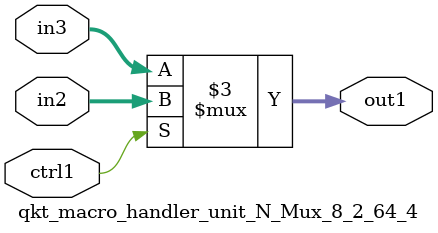
<source format=v>

`timescale 1ps / 1ps


module qkt_macro_handler_unit_N_Mux_8_2_64_4( in3, in2, ctrl1, out1 );

    input [7:0] in3;
    input [7:0] in2;
    input ctrl1;
    output [7:0] out1;
    reg [7:0] out1;

    
    // rtl_process:qkt_macro_handler_unit_N_Mux_8_2_64_4/qkt_macro_handler_unit_N_Mux_8_2_64_4_thread_1
    always @*
      begin : qkt_macro_handler_unit_N_Mux_8_2_64_4_thread_1
        case (ctrl1) 
          1'b1: 
            begin
              out1 = in2;
            end
          default: 
            begin
              out1 = in3;
            end
        endcase
      end

endmodule



</source>
